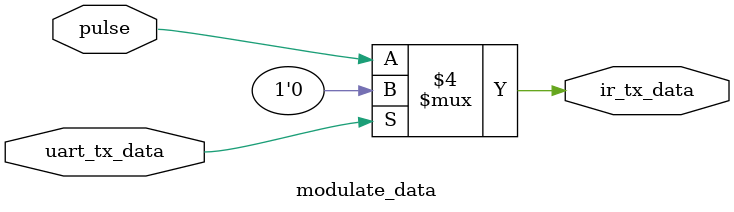
<source format=v>
module modulate_data(pulse,uart_tx_data,ir_tx_data);
input pulse,uart_tx_data;
output reg ir_tx_data;

always @(pulse,uart_tx_data)
begin
	if (~uart_tx_data)
		ir_tx_data = pulse;
	else
		ir_tx_data = 0;
end

endmodule
		
</source>
